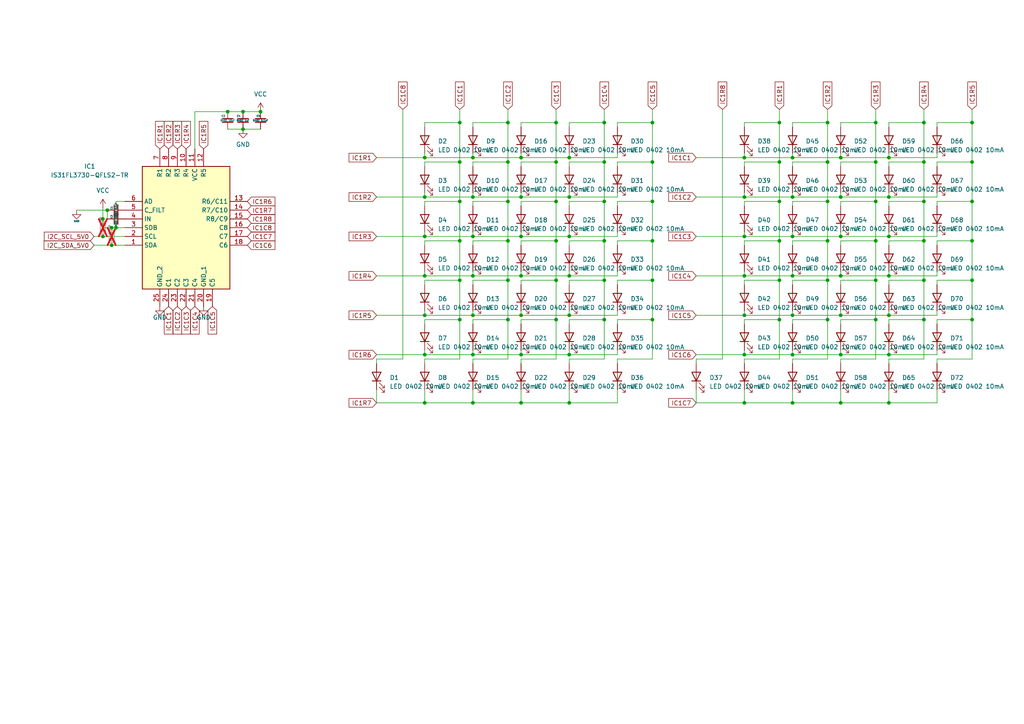
<source format=kicad_sch>
(kicad_sch (version 20231120) (generator "eeschema") (generator_version "8.0")
  (paper "A4")
  (junction (at 254 81.28))
  (junction (at 137.16 102.87))
  (junction (at 133.35 81.28))
  (junction (at 137.16 80.01))
  (junction (at 137.16 57.15))
  (junction (at 257.81 68.58))
  (junction (at 243.84 102.87))
  (junction (at 254 69.85))
  (junction (at 29.845 63.5))
  (junction (at 240.03 92.71))
  (junction (at 229.87 57.15))
  (junction (at 267.97 81.28))
  (junction (at 229.87 102.87))
  (junction (at 161.29 81.28))
  (junction (at 189.23 46.99))
  (junction (at 243.84 45.72))
  (junction (at 175.26 69.85))
  (junction (at 66.04 32.385))
  (junction (at 215.9 91.44))
  (junction (at 243.84 116.84))
  (junction (at 137.16 68.58))
  (junction (at 281.94 69.85))
  (junction (at 243.84 80.01))
  (junction (at 267.97 69.85))
  (junction (at 215.9 68.58))
  (junction (at 240.03 81.28))
  (junction (at 147.32 81.28))
  (junction (at 229.87 80.01))
  (junction (at 165.1 68.58))
  (junction (at 226.06 81.28))
  (junction (at 257.81 116.84))
  (junction (at 29.845 68.58))
  (junction (at 165.1 116.84))
  (junction (at 254 58.42))
  (junction (at 215.9 57.15))
  (junction (at 161.29 69.85))
  (junction (at 267.97 58.42))
  (junction (at 229.87 116.84))
  (junction (at 165.1 80.01))
  (junction (at 281.94 35.56))
  (junction (at 151.13 91.44))
  (junction (at 123.19 80.01))
  (junction (at 175.26 81.28))
  (junction (at 123.19 45.72))
  (junction (at 147.32 58.42))
  (junction (at 70.485 37.465))
  (junction (at 226.06 92.71))
  (junction (at 281.94 58.42))
  (junction (at 123.19 91.44))
  (junction (at 161.29 46.99))
  (junction (at 165.1 102.87))
  (junction (at 257.81 80.01))
  (junction (at 175.26 92.71))
  (junction (at 123.19 116.84))
  (junction (at 267.97 35.56))
  (junction (at 123.19 102.87))
  (junction (at 151.13 57.15))
  (junction (at 254 92.71))
  (junction (at 240.03 46.99))
  (junction (at 189.23 58.42))
  (junction (at 147.32 35.56))
  (junction (at 189.23 92.71))
  (junction (at 189.23 35.56))
  (junction (at 229.87 91.44))
  (junction (at 137.16 45.72))
  (junction (at 151.13 102.87))
  (junction (at 226.06 58.42))
  (junction (at 161.29 58.42))
  (junction (at 151.13 80.01))
  (junction (at 165.1 57.15))
  (junction (at 175.26 58.42))
  (junction (at 267.97 46.99))
  (junction (at 147.32 46.99))
  (junction (at 137.16 116.84))
  (junction (at 254 46.99))
  (junction (at 151.13 116.84))
  (junction (at 133.35 69.85))
  (junction (at 240.03 58.42))
  (junction (at 281.94 81.28))
  (junction (at 189.23 69.85))
  (junction (at 33.655 66.04))
  (junction (at 215.9 102.87))
  (junction (at 75.565 32.385))
  (junction (at 215.9 80.01))
  (junction (at 151.13 68.58))
  (junction (at 267.97 92.71))
  (junction (at 281.94 46.99))
  (junction (at 175.26 46.99))
  (junction (at 243.84 57.15))
  (junction (at 240.03 69.85))
  (junction (at 229.87 45.72))
  (junction (at 147.32 92.71))
  (junction (at 226.06 46.99))
  (junction (at 243.84 91.44))
  (junction (at 123.19 68.58))
  (junction (at 165.1 91.44))
  (junction (at 151.13 45.72))
  (junction (at 70.485 32.385))
  (junction (at 161.29 35.56))
  (junction (at 215.9 45.72))
  (junction (at 31.115 60.96))
  (junction (at 189.23 81.28))
  (junction (at 175.26 35.56))
  (junction (at 133.35 46.99))
  (junction (at 215.9 116.84))
  (junction (at 161.29 92.71))
  (junction (at 123.19 57.15))
  (junction (at 257.81 45.72))
  (junction (at 257.81 102.87))
  (junction (at 133.35 35.56))
  (junction (at 257.81 91.44))
  (junction (at 240.03 35.56))
  (junction (at 229.87 68.58))
  (junction (at 254 35.56))
  (junction (at 137.16 91.44))
  (junction (at 281.94 92.71))
  (junction (at 133.35 58.42))
  (junction (at 226.06 35.56))
  (junction (at 165.1 45.72))
  (junction (at 32.385 71.12))
  (junction (at 32.385 66.04))
  (junction (at 243.84 68.58))
  (junction (at 226.06 69.85))
  (junction (at 257.81 57.15))
  (junction (at 147.32 69.85))
  (junction (at 133.35 92.71))
  (wire (pts (xy 257.81 93.98) (xy 257.81 92.71)))
  (wire (pts (xy 215.9 35.56) (xy 226.06 35.56)))
  (wire (pts (xy 151.13 36.83) (xy 151.13 35.56)))
  (wire (pts (xy 123.19 55.88) (xy 123.19 57.15)))
  (wire (pts (xy 151.13 102.87) (xy 165.1 102.87)))
  (wire (pts (xy 215.9 68.58) (xy 229.87 68.58)))
  (wire (pts (xy 165.1 46.99) (xy 175.26 46.99)))
  (wire (pts (xy 271.78 58.42) (xy 281.94 58.42)))
  (wire (pts (xy 32.385 71.12) (xy 36.195 71.12)))
  (wire (pts (xy 123.19 46.99) (xy 133.35 46.99)))
  (wire (pts (xy 229.87 67.31) (xy 229.87 68.58)))
  (wire (pts (xy 151.13 101.6) (xy 151.13 102.87)))
  (wire (pts (xy 175.26 104.14) (xy 165.1 104.14)))
  (wire (pts (xy 123.19 82.55) (xy 123.19 81.28)))
  (wire (pts (xy 116.84 104.14) (xy 109.22 104.14)))
  (wire (pts (xy 229.87 69.85) (xy 240.03 69.85)))
  (wire (pts (xy 271.78 35.56) (xy 281.94 35.56)))
  (wire (pts (xy 229.87 101.6) (xy 229.87 102.87)))
  (wire (pts (xy 281.94 46.99) (xy 281.94 35.56)))
  (wire (pts (xy 271.78 91.44) (xy 271.78 90.17)))
  (wire (pts (xy 147.32 35.56) (xy 147.32 46.99)))
  (wire (pts (xy 240.03 58.42) (xy 240.03 69.85)))
  (wire (pts (xy 151.13 113.03) (xy 151.13 116.84)))
  (wire (pts (xy 175.26 31.75) (xy 175.26 35.56)))
  (wire (pts (xy 147.32 58.42) (xy 147.32 69.85)))
  (wire (pts (xy 271.78 104.14) (xy 271.78 105.41)))
  (wire (pts (xy 151.13 57.15) (xy 165.1 57.15)))
  (wire (pts (xy 240.03 35.56) (xy 240.03 46.99)))
  (wire (pts (xy 257.81 68.58) (xy 271.78 68.58)))
  (wire (pts (xy 267.97 35.56) (xy 267.97 46.99)))
  (wire (pts (xy 209.55 104.14) (xy 201.93 104.14)))
  (wire (pts (xy 165.1 104.14) (xy 165.1 105.41)))
  (wire (pts (xy 229.87 71.12) (xy 229.87 69.85)))
  (wire (pts (xy 201.93 102.87) (xy 215.9 102.87)))
  (wire (pts (xy 147.32 92.71) (xy 147.32 104.14)))
  (wire (pts (xy 161.29 81.28) (xy 161.29 92.71)))
  (wire (pts (xy 151.13 71.12) (xy 151.13 69.85)))
  (wire (pts (xy 165.1 90.17) (xy 165.1 91.44)))
  (wire (pts (xy 165.1 78.74) (xy 165.1 80.01)))
  (wire (pts (xy 215.9 82.55) (xy 215.9 81.28)))
  (wire (pts (xy 151.13 92.71) (xy 161.29 92.71)))
  (wire (pts (xy 109.22 68.58) (xy 123.19 68.58)))
  (wire (pts (xy 243.84 58.42) (xy 254 58.42)))
  (wire (pts (xy 137.16 58.42) (xy 147.32 58.42)))
  (wire (pts (xy 215.9 69.85) (xy 226.06 69.85)))
  (wire (pts (xy 257.81 57.15) (xy 271.78 57.15)))
  (wire (pts (xy 123.19 81.28) (xy 133.35 81.28)))
  (wire (pts (xy 271.78 48.26) (xy 271.78 46.99)))
  (wire (pts (xy 133.35 46.99) (xy 133.35 58.42)))
  (wire (pts (xy 123.19 57.15) (xy 137.16 57.15)))
  (wire (pts (xy 137.16 80.01) (xy 151.13 80.01)))
  (wire (pts (xy 271.78 102.87) (xy 271.78 101.6)))
  (wire (pts (xy 240.03 92.71) (xy 240.03 104.14)))
  (wire (pts (xy 56.515 43.18) (xy 56.515 32.385)))
  (wire (pts (xy 123.19 48.26) (xy 123.19 46.99)))
  (wire (pts (xy 257.81 36.83) (xy 257.81 35.56)))
  (wire (pts (xy 109.22 116.84) (xy 109.22 113.03)))
  (wire (pts (xy 161.29 31.75) (xy 161.29 35.56)))
  (wire (pts (xy 147.32 81.28) (xy 147.32 92.71)))
  (wire (pts (xy 109.22 80.01) (xy 123.19 80.01)))
  (wire (pts (xy 151.13 55.88) (xy 151.13 57.15)))
  (wire (pts (xy 32.385 66.04) (xy 33.655 66.04)))
  (wire (pts (xy 147.32 31.75) (xy 147.32 35.56)))
  (wire (pts (xy 165.1 57.15) (xy 179.07 57.15)))
  (wire (pts (xy 109.22 57.15) (xy 123.19 57.15)))
  (wire (pts (xy 179.07 71.12) (xy 179.07 69.85)))
  (wire (pts (xy 243.84 82.55) (xy 243.84 81.28)))
  (wire (pts (xy 123.19 104.14) (xy 123.19 105.41)))
  (wire (pts (xy 151.13 104.14) (xy 151.13 105.41)))
  (wire (pts (xy 267.97 104.14) (xy 257.81 104.14)))
  (wire (pts (xy 215.9 104.14) (xy 215.9 105.41)))
  (wire (pts (xy 179.07 69.85) (xy 189.23 69.85)))
  (wire (pts (xy 254 104.14) (xy 243.84 104.14)))
  (wire (pts (xy 175.26 35.56) (xy 175.26 46.99)))
  (wire (pts (xy 240.03 46.99) (xy 240.03 58.42)))
  (wire (pts (xy 123.19 44.45) (xy 123.19 45.72)))
  (wire (pts (xy 137.16 68.58) (xy 151.13 68.58)))
  (wire (pts (xy 175.26 81.28) (xy 175.26 92.71)))
  (wire (pts (xy 271.78 69.85) (xy 281.94 69.85)))
  (wire (pts (xy 29.845 63.5) (xy 29.845 66.04)))
  (wire (pts (xy 281.94 58.42) (xy 281.94 46.99)))
  (wire (pts (xy 137.16 91.44) (xy 151.13 91.44)))
  (wire (pts (xy 281.94 104.14) (xy 281.94 92.71)))
  (wire (pts (xy 165.1 81.28) (xy 175.26 81.28)))
  (wire (pts (xy 229.87 48.26) (xy 229.87 46.99)))
  (wire (pts (xy 215.9 44.45) (xy 215.9 45.72)))
  (wire (pts (xy 133.35 69.85) (xy 133.35 81.28)))
  (wire (pts (xy 123.19 36.83) (xy 123.19 35.56)))
  (wire (pts (xy 257.81 48.26) (xy 257.81 46.99)))
  (wire (pts (xy 165.1 82.55) (xy 165.1 81.28)))
  (wire (pts (xy 189.23 46.99) (xy 189.23 35.56)))
  (wire (pts (xy 243.84 92.71) (xy 254 92.71)))
  (wire (pts (xy 257.81 44.45) (xy 257.81 45.72)))
  (wire (pts (xy 116.84 31.75) (xy 116.84 104.14)))
  (wire (pts (xy 179.07 80.01) (xy 179.07 78.74)))
  (wire (pts (xy 201.93 45.72) (xy 215.9 45.72)))
  (wire (pts (xy 281.94 92.71) (xy 281.94 81.28)))
  (wire (pts (xy 123.19 45.72) (xy 137.16 45.72)))
  (wire (pts (xy 243.84 113.03) (xy 243.84 116.84)))
  (wire (pts (xy 175.26 69.85) (xy 175.26 81.28)))
  (wire (pts (xy 281.94 35.56) (xy 281.94 31.75)))
  (wire (pts (xy 271.78 104.14) (xy 281.94 104.14)))
  (wire (pts (xy 243.84 57.15) (xy 257.81 57.15)))
  (wire (pts (xy 179.07 102.87) (xy 179.07 101.6)))
  (wire (pts (xy 215.9 67.31) (xy 215.9 68.58)))
  (wire (pts (xy 229.87 93.98) (xy 229.87 92.71)))
  (wire (pts (xy 123.19 92.71) (xy 133.35 92.71)))
  (wire (pts (xy 137.16 78.74) (xy 137.16 80.01)))
  (wire (pts (xy 137.16 44.45) (xy 137.16 45.72)))
  (wire (pts (xy 243.84 80.01) (xy 257.81 80.01)))
  (wire (pts (xy 257.81 116.84) (xy 271.78 116.84)))
  (wire (pts (xy 179.07 35.56) (xy 189.23 35.56)))
  (wire (pts (xy 257.81 46.99) (xy 267.97 46.99)))
  (wire (pts (xy 151.13 91.44) (xy 165.1 91.44)))
  (wire (pts (xy 179.07 48.26) (xy 179.07 46.99)))
  (wire (pts (xy 215.9 57.15) (xy 229.87 57.15)))
  (wire (pts (xy 109.22 91.44) (xy 123.19 91.44)))
  (wire (pts (xy 254 81.28) (xy 254 92.71)))
  (wire (pts (xy 123.19 116.84) (xy 137.16 116.84)))
  (wire (pts (xy 165.1 48.26) (xy 165.1 46.99)))
  (wire (pts (xy 229.87 78.74) (xy 229.87 80.01)))
  (wire (pts (xy 243.84 68.58) (xy 257.81 68.58)))
  (wire (pts (xy 257.81 90.17) (xy 257.81 91.44)))
  (wire (pts (xy 215.9 59.69) (xy 215.9 58.42)))
  (wire (pts (xy 201.93 80.01) (xy 215.9 80.01)))
  (wire (pts (xy 243.84 45.72) (xy 257.81 45.72)))
  (wire (pts (xy 137.16 45.72) (xy 151.13 45.72)))
  (wire (pts (xy 179.07 45.72) (xy 179.07 44.45)))
  (wire (pts (xy 137.16 46.99) (xy 147.32 46.99)))
  (wire (pts (xy 179.07 57.15) (xy 179.07 55.88)))
  (wire (pts (xy 243.84 81.28) (xy 254 81.28)))
  (wire (pts (xy 226.06 104.14) (xy 215.9 104.14)))
  (wire (pts (xy 226.06 46.99) (xy 226.06 58.42)))
  (wire (pts (xy 31.115 60.96) (xy 22.225 60.96)))
  (wire (pts (xy 229.87 90.17) (xy 229.87 91.44)))
  (wire (pts (xy 27.305 71.12) (xy 32.385 71.12)))
  (wire (pts (xy 133.35 58.42) (xy 133.35 69.85)))
  (wire (pts (xy 271.78 80.01) (xy 271.78 78.74)))
  (wire (pts (xy 151.13 80.01) (xy 165.1 80.01)))
  (wire (pts (xy 151.13 48.26) (xy 151.13 46.99)))
  (wire (pts (xy 151.13 67.31) (xy 151.13 68.58)))
  (wire (pts (xy 215.9 91.44) (xy 229.87 91.44)))
  (wire (pts (xy 201.93 68.58) (xy 215.9 68.58)))
  (wire (pts (xy 175.26 46.99) (xy 175.26 58.42)))
  (wire (pts (xy 257.81 58.42) (xy 267.97 58.42)))
  (wire (pts (xy 257.81 69.85) (xy 267.97 69.85)))
  (wire (pts (xy 281.94 81.28) (xy 281.94 69.85)))
  (wire (pts (xy 109.22 102.87) (xy 123.19 102.87)))
  (wire (pts (xy 267.97 58.42) (xy 267.97 69.85)))
  (wire (pts (xy 123.19 91.44) (xy 137.16 91.44)))
  (wire (pts (xy 165.1 67.31) (xy 165.1 68.58)))
  (wire (pts (xy 254 31.75) (xy 254 35.56)))
  (wire (pts (xy 66.04 37.465) (xy 70.485 37.465)))
  (wire (pts (xy 229.87 104.14) (xy 229.87 105.41)))
  (wire (pts (xy 165.1 116.84) (xy 179.07 116.84)))
  (wire (pts (xy 243.84 93.98) (xy 243.84 92.71)))
  (wire (pts (xy 137.16 81.28) (xy 147.32 81.28)))
  (wire (pts (xy 226.06 81.28) (xy 226.06 92.71)))
  (wire (pts (xy 243.84 101.6) (xy 243.84 102.87)))
  (wire (pts (xy 179.07 46.99) (xy 189.23 46.99)))
  (wire (pts (xy 165.1 101.6) (xy 165.1 102.87)))
  (wire (pts (xy 267.97 69.85) (xy 267.97 81.28)))
  (wire (pts (xy 243.84 36.83) (xy 243.84 35.56)))
  (wire (pts (xy 165.1 36.83) (xy 165.1 35.56)))
  (wire (pts (xy 257.81 78.74) (xy 257.81 80.01)))
  (wire (pts (xy 201.93 116.84) (xy 201.93 113.03)))
  (wire (pts (xy 229.87 36.83) (xy 229.87 35.56)))
  (wire (pts (xy 123.19 67.31) (xy 123.19 68.58)))
  (wire (pts (xy 161.29 92.71) (xy 161.29 104.14)))
  (wire (pts (xy 267.97 46.99) (xy 267.97 58.42)))
  (wire (pts (xy 165.1 92.71) (xy 175.26 92.71)))
  (wire (pts (xy 267.97 31.75) (xy 267.97 35.56)))
  (wire (pts (xy 123.19 78.74) (xy 123.19 80.01)))
  (wire (pts (xy 209.55 31.75) (xy 209.55 104.14)))
  (wire (pts (xy 123.19 58.42) (xy 133.35 58.42)))
  (wire (pts (xy 151.13 81.28) (xy 161.29 81.28)))
  (wire (pts (xy 165.1 93.98) (xy 165.1 92.71)))
  (wire (pts (xy 161.29 104.14) (xy 151.13 104.14)))
  (wire (pts (xy 257.81 82.55) (xy 257.81 81.28)))
  (wire (pts (xy 267.97 81.28) (xy 267.97 92.71)))
  (wire (pts (xy 151.13 82.55) (xy 151.13 81.28)))
  (wire (pts (xy 257.81 80.01) (xy 271.78 80.01)))
  (wire (pts (xy 109.22 104.14) (xy 109.22 105.41)))
  (wire (pts (xy 271.78 71.12) (xy 271.78 69.85)))
  (wire (pts (xy 123.19 59.69) (xy 123.19 58.42)))
  (wire (pts (xy 161.29 69.85) (xy 161.29 81.28)))
  (wire (pts (xy 137.16 116.84) (xy 151.13 116.84)))
  (wire (pts (xy 123.19 69.85) (xy 133.35 69.85)))
  (wire (pts (xy 137.16 36.83) (xy 137.16 35.56)))
  (wire (pts (xy 165.1 91.44) (xy 179.07 91.44)))
  (wire (pts (xy 243.84 91.44) (xy 257.81 91.44)))
  (wire (pts (xy 243.84 90.17) (xy 243.84 91.44)))
  (wire (pts (xy 123.19 90.17) (xy 123.19 91.44)))
  (wire (pts (xy 123.19 93.98) (xy 123.19 92.71)))
  (wire (pts (xy 27.305 68.58) (xy 29.845 68.58)))
  (wire (pts (xy 165.1 45.72) (xy 179.07 45.72)))
  (wire (pts (xy 240.03 69.85) (xy 240.03 81.28)))
  (wire (pts (xy 271.78 113.03) (xy 271.78 116.84)))
  (wire (pts (xy 137.16 55.88) (xy 137.16 57.15)))
  (wire (pts (xy 31.115 60.96) (xy 31.115 63.5)))
  (wire (pts (xy 254 35.56) (xy 254 46.99)))
  (wire (pts (xy 215.9 101.6) (xy 215.9 102.87)))
  (wire (pts (xy 240.03 81.28) (xy 240.03 92.71)))
  (wire (pts (xy 165.1 102.87) (xy 179.07 102.87)))
  (wire (pts (xy 271.78 46.99) (xy 281.94 46.99)))
  (wire (pts (xy 243.84 102.87) (xy 257.81 102.87)))
  (wire (pts (xy 243.84 35.56) (xy 254 35.56)))
  (wire (pts (xy 229.87 81.28) (xy 240.03 81.28)))
  (wire (pts (xy 229.87 91.44) (xy 243.84 91.44)))
  (wire (pts (xy 165.1 113.03) (xy 165.1 116.84)))
  (wire (pts (xy 243.84 59.69) (xy 243.84 58.42)))
  (wire (pts (xy 215.9 80.01) (xy 229.87 80.01)))
  (wire (pts (xy 243.84 55.88) (xy 243.84 57.15)))
  (wire (pts (xy 267.97 92.71) (xy 267.97 104.14)))
  (wire (pts (xy 240.03 104.14) (xy 229.87 104.14)))
  (wire (pts (xy 29.845 68.58) (xy 36.195 68.58)))
  (wire (pts (xy 179.07 92.71) (xy 189.23 92.71)))
  (wire (pts (xy 75.565 32.385) (xy 70.485 32.385)))
  (wire (pts (xy 243.84 69.85) (xy 254 69.85)))
  (wire (pts (xy 215.9 92.71) (xy 226.06 92.71)))
  (wire (pts (xy 243.84 78.74) (xy 243.84 80.01)))
  (wire (pts (xy 133.35 104.14) (xy 123.19 104.14)))
  (wire (pts (xy 179.07 93.98) (xy 179.07 92.71)))
  (wire (pts (xy 243.84 46.99) (xy 254 46.99)))
  (wire (pts (xy 271.78 82.55) (xy 271.78 81.28)))
  (wire (pts (xy 271.78 45.72) (xy 271.78 44.45)))
  (wire (pts (xy 257.81 67.31) (xy 257.81 68.58)))
  (wire (pts (xy 271.78 92.71) (xy 281.94 92.71)))
  (wire (pts (xy 175.26 92.71) (xy 175.26 104.14)))
  (wire (pts (xy 29.845 60.325) (xy 29.845 63.5)))
  (wire (pts (xy 151.13 44.45) (xy 151.13 45.72)))
  (wire (pts (xy 281.94 69.85) (xy 281.94 58.42)))
  (wire (pts (xy 151.13 46.99) (xy 161.29 46.99)))
  (wire (pts (xy 257.81 113.03) (xy 257.81 116.84)))
  (wire (pts (xy 109.22 116.84) (xy 123.19 116.84)))
  (wire (pts (xy 137.16 69.85) (xy 147.32 69.85)))
  (wire (pts (xy 243.84 104.14) (xy 243.84 105.41)))
  (wire (pts (xy 165.1 58.42) (xy 175.26 58.42)))
  (wire (pts (xy 137.16 90.17) (xy 137.16 91.44)))
  (wire (pts (xy 189.23 69.85) (xy 189.23 58.42)))
  (wire (pts (xy 229.87 113.03) (xy 229.87 116.84)))
  (wire (pts (xy 189.23 81.28) (xy 189.23 69.85)))
  (wire (pts (xy 215.9 45.72) (xy 229.87 45.72)))
  (wire (pts (xy 229.87 116.84) (xy 243.84 116.84)))
  (wire (pts (xy 201.93 91.44) (xy 215.9 91.44)))
  (wire (pts (xy 254 69.85) (xy 254 81.28)))
  (wire (pts (xy 165.1 44.45) (xy 165.1 45.72)))
  (wire (pts (xy 161.29 35.56) (xy 161.29 46.99)))
  (wire (pts (xy 137.16 57.15) (xy 151.13 57.15)))
  (wire (pts (xy 189.23 92.71) (xy 189.23 81.28)))
  (wire (pts (xy 229.87 92.71) (xy 240.03 92.71)))
  (wire (pts (xy 179.07 36.83) (xy 179.07 35.56)))
  (wire (pts (xy 147.32 69.85) (xy 147.32 81.28)))
  (wire (pts (xy 151.13 93.98) (xy 151.13 92.71)))
  (wire (pts (xy 215.9 46.99) (xy 226.06 46.99)))
  (wire (pts (xy 151.13 68.58) (xy 165.1 68.58)))
  (wire (pts (xy 215.9 116.84) (xy 229.87 116.84)))
  (wire (pts (xy 70.485 37.465) (xy 75.565 37.465)))
  (wire (pts (xy 257.81 59.69) (xy 257.81 58.42)))
  (wire (pts (xy 243.84 116.84) (xy 257.81 116.84)))
  (wire (pts (xy 189.23 35.56) (xy 189.23 31.75)))
  (wire (pts (xy 226.06 92.71) (xy 226.06 104.14)))
  (wire (pts (xy 33.655 66.04) (xy 36.195 66.04)))
  (wire (pts (xy 201.93 116.84) (xy 215.9 116.84)))
  (wire (pts (xy 257.81 102.87) (xy 271.78 102.87)))
  (wire (pts (xy 151.13 69.85) (xy 161.29 69.85)))
  (wire (pts (xy 165.1 69.85) (xy 175.26 69.85)))
  (wire (pts (xy 137.16 71.12) (xy 137.16 69.85)))
  (wire (pts (xy 137.16 48.26) (xy 137.16 46.99)))
  (wire (pts (xy 123.19 71.12) (xy 123.19 69.85)))
  (wire (pts (xy 271.78 59.69) (xy 271.78 58.42)))
  (wire (pts (xy 133.35 81.28) (xy 133.35 92.71)))
  (wire (pts (xy 133.35 31.75) (xy 133.35 35.56)))
  (wire (pts (xy 137.16 35.56) (xy 147.32 35.56)))
  (wire (pts (xy 215.9 58.42) (xy 226.06 58.42)))
  (wire (pts (xy 243.84 48.26) (xy 243.84 46.99)))
  (wire (pts (xy 243.84 44.45) (xy 243.84 45.72)))
  (wire (pts (xy 215.9 113.03) (xy 215.9 116.84)))
  (wire (pts (xy 257.81 101.6) (xy 257.81 102.87)))
  (wire (pts (xy 179.07 113.03) (xy 179.07 116.84)))
  (wire (pts (xy 151.13 35.56) (xy 161.29 35.56)))
  (wire (pts (xy 151.13 59.69) (xy 151.13 58.42)))
  (wire (pts (xy 257.81 35.56) (xy 267.97 35.56)))
  (wire (pts (xy 229.87 102.87) (xy 243.84 102.87)))
  (wire (pts (xy 215.9 93.98) (xy 215.9 92.71)))
  (wire (pts (xy 151.13 116.84) (xy 165.1 116.84)))
  (wire (pts (xy 257.81 55.88) (xy 257.81 57.15)))
  (wire (pts (xy 137.16 113.03) (xy 137.16 116.84)))
  (wire (pts (xy 215.9 78.74) (xy 215.9 80.01)))
  (wire (pts (xy 229.87 80.01) (xy 243.84 80.01)))
  (wire (pts (xy 151.13 45.72) (xy 165.1 45.72)))
  (wire (pts (xy 161.29 58.42) (xy 161.29 69.85)))
  (wire (pts (xy 226.06 69.85) (xy 226.06 81.28)))
  (wire (pts (xy 179.07 68.58) (xy 179.07 67.31)))
  (wire (pts (xy 123.19 68.58) (xy 137.16 68.58)))
  (wire (pts (xy 226.06 35.56) (xy 226.06 46.99)))
  (wire (pts (xy 271.78 93.98) (xy 271.78 92.71)))
  (wire (pts (xy 147.32 46.99) (xy 147.32 58.42)))
  (wire (pts (xy 189.23 58.42) (xy 189.23 46.99)))
  (wire (pts (xy 137.16 102.87) (xy 151.13 102.87)))
  (wire (pts (xy 229.87 46.99) (xy 240.03 46.99)))
  (wire (pts (xy 240.03 31.75) (xy 240.03 35.56)))
  (wire (pts (xy 257.81 104.14) (xy 257.81 105.41)))
  (wire (pts (xy 109.22 45.72) (xy 123.19 45.72)))
  (wire (pts (xy 123.19 101.6) (xy 123.19 102.87)))
  (wire (pts (xy 179.07 58.42) (xy 189.23 58.42)))
  (wire (pts (xy 215.9 36.83) (xy 215.9 35.56)))
  (wire (pts (xy 175.26 58.42) (xy 175.26 69.85)))
  (wire (pts (xy 151.13 58.42) (xy 161.29 58.42)))
  (wire (pts (xy 133.35 35.56) (xy 133.35 46.99)))
  (wire (pts (xy 151.13 78.74) (xy 151.13 80.01)))
  (wire (pts (xy 179.07 59.69) (xy 179.07 58.42)))
  (wire (pts (xy 229.87 58.42) (xy 240.03 58.42)))
  (wire (pts (xy 257.81 92.71) (xy 267.97 92.71)))
  (wire (pts (xy 179.07 82.55) (xy 179.07 81.28)))
  (wire (pts (xy 123.19 35.56) (xy 133.35 35.56)))
  (wire (pts (xy 123.19 113.03) (xy 123.19 116.84)))
  (wire (pts (xy 215.9 48.26) (xy 215.9 46.99)))
  (wire (pts (xy 201.93 57.15) (xy 215.9 57.15)))
  (wire (pts (xy 257.81 45.72) (xy 271.78 45.72)))
  (wire (pts (xy 229.87 57.15) (xy 243.84 57.15)))
  (wire (pts (xy 179.07 81.28) (xy 189.23 81.28)))
  (wire (pts (xy 165.1 55.88) (xy 165.1 57.15)))
  (wire (pts (xy 29.845 66.04) (xy 32.385 66.04)))
  (wire (pts (xy 229.87 55.88) (xy 229.87 57.15)))
  (wire (pts (xy 229.87 59.69) (xy 229.87 58.42)))
  (wire (pts (xy 257.81 81.28) (xy 267.97 81.28)))
  (wire (pts (xy 243.84 71.12) (xy 243.84 69.85)))
  (wire (pts (xy 215.9 71.12) (xy 215.9 69.85)))
  (wire (pts (xy 179.07 91.44) (xy 179.07 90.17)))
  (wire (pts (xy 271.78 68.58) (xy 271.78 67.31)))
  (wire (pts (xy 165.1 71.12) (xy 165.1 69.85)))
  (wire (pts (xy 189.23 104.14) (xy 189.23 92.71)))
  (wire (pts (xy 123.19 80.01) (xy 137.16 80.01)))
  (wire (pts (xy 226.06 31.75) (xy 226.06 35.56)))
  (wire (pts (xy 229.87 45.72) (xy 243.84 45.72)))
  (wire (pts (xy 215.9 90.17) (xy 215.9 91.44)))
  (wire (pts (xy 215.9 55.88) (xy 215.9 57.15)))
  (wire (pts (xy 271.78 81.28) (xy 281.94 81.28)))
  (wire (pts (xy 243.84 67.31) (xy 243.84 68.58)))
  (wire (pts (xy 137.16 92.71) (xy 147.32 92.71)))
  (wire (pts (xy 215.9 102.87) (xy 229.87 102.87)))
  (wire (pts (xy 36.195 58.42) (xy 33.655 58.42)))
  (wire (pts (xy 271.78 57.15) (xy 271.78 55.88)))
  (wire (pts (xy 33.655 58.42) (xy 33.655 66.04)))
  (wire (pts (xy 66.04 32.385) (xy 70.485 32.385)))
  (wire (pts (xy 226.06 58.42) (xy 226.06 69.85)))
  (wire (pts (xy 254 92.71) (xy 254 104.14)))
  (wire (pts (xy 179.07 104.14) (xy 189.23 104.14)))
  (wire (pts (xy 229.87 68.58) (xy 243.84 68.58)))
  (wire (pts (xy 151.13 90.17) (xy 151.13 91.44)))
  (wire (pts (xy 137.16 67.31) (xy 137.16 68.58)))
  (wire (pts (xy 257.81 91.44) (xy 271.78 91.44)))
  (wire (pts (xy 254 58.42) (xy 254 69.85)))
  (wire (pts (xy 137.16 104.14) (xy 137.16 105.41)))
  (wire (pts (xy 271.78 36.83) (xy 271.78 35.56)))
  (wire (pts (xy 229.87 44.45) (xy 229.87 45.72)))
  (wire (pts (xy 215.9 81.28) (xy 226.06 81.28)))
  (wire (pts (xy 229.87 35.56) (xy 240.03 35.56)))
  (wire (pts (xy 147.32 104.14) (xy 137.16 104.14)))
  (wire (pts (xy 66.04 32.385) (xy 56.515 32.385)))
  (wire (pts (xy 137.16 101.6) (xy 137.16 102.87)))
  (wire (pts (xy 165.1 80.01) (xy 179.07 80.01)))
  (wire (pts (xy 229.87 82.55) (xy 229.87 81.28)))
  (wire (pts (xy 137.16 59.69) (xy 137.16 58.42)))
  (wire (pts (xy 165.1 68.58) (xy 179.07 68.58)))
  (wire (pts (xy 137.16 93.98) (xy 137.16 92.71)))
  (wire (pts (xy 254 46.99) (xy 254 58.42)))
  (wire (pts (xy 161.29 46.99) (xy 161.29 58.42)))
  (wire (pts (xy 165.1 35.56) (xy 175.26 35.56)))
  (wire (pts (xy 137.16 82.55) (xy 137.16 81.28)))
  (wire (pts (xy 257.81 71.12) (xy 257.81 69.85)))
  (wire (pts (xy 165.1 59.69) (xy 165.1 58.42)))
  (wire (pts (xy 123.19 102.87) (xy 137.16 102.87)))
  (wire (pts (xy 201.93 104.14) (xy 201.93 105.41)))
  (wire (pts (xy 133.35 92.71) (xy 133.35 104.14)))
  (wire (pts (xy 179.07 104.14) (xy 179.07 105.41)))
  (global_label "IC1R6" (shape input) (at 109.22 102.87 180) (property "Intersheetrefs" "${INTERSHEET_REFS}" (effects (hide yes))))
  (global_label "IC1C3" (shape input) (at 161.29 31.75 90) (property "Intersheetrefs" "${INTERSHEET_REFS}" (effects (hide yes))))
  (global_label "IC1R3" (shape input) (at 254 31.75 90) (property "Intersheetrefs" "${INTERSHEET_REFS}" (effects (hide yes))))
  (global_label "IC1C8" (shape input) (at 116.84 31.75 90) (property "Intersheetrefs" "${INTERSHEET_REFS}" (effects (hide yes))))
  (global_label "IC1C6" (shape input) (at 71.755 71.12 0) (property "Intersheetrefs" "${INTERSHEET_REFS}" (effects (hide yes))))
  (global_label "IC1C4" (shape input) (at 175.26 31.75 90) (property "Intersheetrefs" "${INTERSHEET_REFS}" (effects (hide yes))))
  (global_label "IC1R3" (shape input) (at 109.22 68.58 180) (property "Intersheetrefs" "${INTERSHEET_REFS}" (effects (hide yes))))
  (global_label "IC1C7" (shape input) (at 201.93 116.84 180) (property "Intersheetrefs" "${INTERSHEET_REFS}" (effects (hide yes))))
  (global_label "IC1C5" (shape input) (at 201.93 91.44 180) (property "Intersheetrefs" "${INTERSHEET_REFS}" (effects (hide yes))))
  (global_label "I2C_SDA_5V0" (shape input) (at 27.305 71.12 180) (property "Intersheetrefs" "${INTERSHEET_REFS}" (effects (hide yes))))
  (global_label "IC1C3" (shape input) (at 201.93 68.58 180) (property "Intersheetrefs" "${INTERSHEET_REFS}" (effects (hide yes))))
  (global_label "IC1R4" (shape input) (at 267.97 31.75 90) (property "Intersheetrefs" "${INTERSHEET_REFS}" (effects (hide yes))))
  (global_label "IC1R5" (shape input) (at 109.22 91.44 180) (property "Intersheetrefs" "${INTERSHEET_REFS}" (effects (hide yes))))
  (global_label "IC1R1" (shape input) (at 109.22 45.72 180) (property "Intersheetrefs" "${INTERSHEET_REFS}" (effects (hide yes))))
  (global_label "IC1C2" (shape input) (at 201.93 57.15 180) (property "Intersheetrefs" "${INTERSHEET_REFS}" (effects (hide yes))))
  (global_label "IC1R1" (shape input) (at 46.355 43.18 90) (property "Intersheetrefs" "${INTERSHEET_REFS}" (effects (hide yes))))
  (global_label "IC1C5" (shape input) (at 189.23 31.75 90) (property "Intersheetrefs" "${INTERSHEET_REFS}" (effects (hide yes))))
  (global_label "IC1C1" (shape input) (at 48.895 88.9 270) (property "Intersheetrefs" "${INTERSHEET_REFS}" (effects (hide yes))))
  (global_label "IC1C5" (shape input) (at 61.595 88.9 270) (property "Intersheetrefs" "${INTERSHEET_REFS}" (effects (hide yes))))
  (global_label "IC1R5" (shape input) (at 281.94 31.75 90) (property "Intersheetrefs" "${INTERSHEET_REFS}" (effects (hide yes))))
  (global_label "IC1R7" (shape input) (at 71.755 60.96 0) (property "Intersheetrefs" "${INTERSHEET_REFS}" (effects (hide yes))))
  (global_label "IC1R8" (shape input) (at 71.755 63.5 0) (property "Intersheetrefs" "${INTERSHEET_REFS}" (effects (hide yes))))
  (global_label "IC1R6" (shape input) (at 71.755 58.42 0) (property "Intersheetrefs" "${INTERSHEET_REFS}" (effects (hide yes))))
  (global_label "IC1R4" (shape input) (at 53.975 43.18 90) (property "Intersheetrefs" "${INTERSHEET_REFS}" (effects (hide yes))))
  (global_label "IC1R8" (shape input) (at 209.55 31.75 90) (property "Intersheetrefs" "${INTERSHEET_REFS}" (effects (hide yes))))
  (global_label "IC1C6" (shape input) (at 201.93 102.87 180) (property "Intersheetrefs" "${INTERSHEET_REFS}" (effects (hide yes))))
  (global_label "IC1C3" (shape input) (at 53.975 88.9 270) (property "Intersheetrefs" "${INTERSHEET_REFS}" (effects (hide yes))))
  (global_label "IC1C2" (shape input) (at 147.32 31.75 90) (property "Intersheetrefs" "${INTERSHEET_REFS}" (effects (hide yes))))
  (global_label "IC1R2" (shape input) (at 109.22 57.15 180) (property "Intersheetrefs" "${INTERSHEET_REFS}" (effects (hide yes))))
  (global_label "IC1C7" (shape input) (at 71.755 68.58 0) (property "Intersheetrefs" "${INTERSHEET_REFS}" (effects (hide yes))))
  (global_label "IC1C8" (shape input) (at 71.755 66.04 0) (property "Intersheetrefs" "${INTERSHEET_REFS}" (effects (hide yes))))
  (global_label "IC1C4" (shape input) (at 56.515 88.9 270) (property "Intersheetrefs" "${INTERSHEET_REFS}" (effects (hide yes))))
  (global_label "IC1C1" (shape input) (at 133.35 31.75 90) (property "Intersheetrefs" "${INTERSHEET_REFS}" (effects (hide yes))))
  (global_label "IC1R1" (shape input) (at 226.06 31.75 90) (property "Intersheetrefs" "${INTERSHEET_REFS}" (effects (hide yes))))
  (global_label "IC1R4" (shape input) (at 109.22 80.01 180) (property "Intersheetrefs" "${INTERSHEET_REFS}" (effects (hide yes))))
  (global_label "IC1R3" (shape input) (at 51.435 43.18 90) (property "Intersheetrefs" "${INTERSHEET_REFS}" (effects (hide yes))))
  (global_label "I2C_SCL_5V0" (shape input) (at 27.305 68.58 180) (property "Intersheetrefs" "${INTERSHEET_REFS}" (effects (hide yes))))
  (global_label "IC1C1" (shape input) (at 201.93 45.72 180) (property "Intersheetrefs" "${INTERSHEET_REFS}" (effects (hide yes))))
  (global_label "IC1R2" (shape input) (at 48.895 43.18 90) (property "Intersheetrefs" "${INTERSHEET_REFS}" (effects (hide yes))))
  (global_label "IC1R2" (shape input) (at 240.03 31.75 90) (property "Intersheetrefs" "${INTERSHEET_REFS}" (effects (hide yes))))
  (global_label "IC1C2" (shape input) (at 51.435 88.9 270) (property "Intersheetrefs" "${INTERSHEET_REFS}" (effects (hide yes))))
  (global_label "IC1R7" (shape input) (at 109.22 116.84 180) (property "Intersheetrefs" "${INTERSHEET_REFS}" (effects (hide yes))))
  (global_label "IC1R5" (shape input) (at 59.055 43.18 90) (property "Intersheetrefs" "${INTERSHEET_REFS}" (effects (hide yes))))
  (global_label "IC1C4" (shape input) (at 201.93 80.01 180) (property "Intersheetrefs" "${INTERSHEET_REFS}" (effects (hide yes))))
  (symbol (lib_id "Device:LED") (at 137.16 109.22 90) (unit 1)
    (property "Reference" "D15" (at 140.97 109.5375 90) (effects (justify right)))
    (property "Value" "LED 0402 10mA" (at 140.97 112.0775 90) (effects (justify right)))
    (property "Footprint" "LED_SMD:LED_0402_1005Metric" (effects (hide yes)))
  )
  (symbol (lib_id "Device:R_Small") (at 29.845 66.04 180) (unit 1) (on_board no) (dnp yes)
    (property "Reference" "R8" (at 29.21 63.5 90) (effects (font (size 0.5 0.5))))
    (property "Value" "10K 0402" (at 29.845 66.04 90) (effects (font (size 0.4 0.4))))
    (property "Footprint" "Resistor_SMD:R_0402_1005Metric" (effects (hide yes)))
  )
  (symbol (lib_id "Device:LED") (at 179.07 74.93 90) (unit 1)
    (property "Reference" "D33" (at 182.88 75.2475 90) (effects (justify right)))
    (property "Value" "LED 0402 10mA" (at 182.88 77.7875 90) (effects (justify right)))
    (property "Footprint" "LED_SMD:LED_0402_1005Metric" (effects (hide yes)))
  )
  (symbol (lib_id "Device:LED") (at 243.84 74.93 90) (unit 1)
    (property "Reference" "D55" (at 247.65 75.2475 90) (effects (justify right)))
    (property "Value" "LED 0402 10mA" (at 247.65 77.7875 90) (effects (justify right)))
    (property "Footprint" "LED_SMD:LED_0402_1005Metric" (effects (hide yes)))
  )
  (symbol (lib_id "power:GND") (at 59.055 88.9 0) (mirror y) (unit 1)
    (property "Reference" "#PWR05" (effects (hide yes)))
    (property "Value" "GND" (at 59.055 92.075 0))
  )
  (symbol (lib_id "Device:LED") (at 165.1 63.5 90) (unit 1)
    (property "Reference" "D25" (at 168.91 63.8175 90) (effects (justify right)))
    (property "Value" "LED 0402 10mA" (at 168.91 66.3575 90) (effects (justify right)))
    (property "Footprint" "LED_SMD:LED_0402_1005Metric" (effects (hide yes)))
  )
  (symbol (lib_id "Device:LED") (at 151.13 97.79 90) (unit 1)
    (property "Reference" "D21" (at 154.94 98.1075 90) (effects (justify right)))
    (property "Value" "LED 0402 10mA" (at 154.94 100.6475 90) (effects (justify right)))
    (property "Footprint" "LED_SMD:LED_0402_1005Metric" (effects (hide yes)))
  )
  (symbol (lib_id "Device:LED") (at 243.84 109.22 90) (unit 1)
    (property "Reference" "D58" (at 247.65 109.5375 90) (effects (justify right)))
    (property "Value" "LED 0402 10mA" (at 247.65 112.0775 90) (effects (justify right)))
    (property "Footprint" "LED_SMD:LED_0402_1005Metric" (effects (hide yes)))
  )
  (symbol (lib_id "Device:LED") (at 165.1 86.36 90) (unit 1)
    (property "Reference" "D27" (at 168.91 86.6775 90) (effects (justify right)))
    (property "Value" "LED 0402 10mA" (at 168.91 89.2175 90) (effects (justify right)))
    (property "Footprint" "LED_SMD:LED_0402_1005Metric" (effects (hide yes)))
  )
  (symbol (lib_id "Device:LED") (at 151.13 63.5 90) (unit 1)
    (property "Reference" "D18" (at 154.94 63.8175 90) (effects (justify right)))
    (property "Value" "LED 0402 10mA" (at 154.94 66.3575 90) (effects (justify right)))
    (property "Footprint" "LED_SMD:LED_0402_1005Metric" (effects (hide yes)))
  )
  (symbol (lib_id "Device:LED") (at 109.22 109.22 90) (unit 1)
    (property "Reference" "D1" (at 113.03 109.5375 90) (effects (justify right)))
    (property "Value" "LED 0402 10mA" (at 113.03 112.0775 90) (effects (justify right)))
    (property "Footprint" "LED_SMD:LED_0402_1005Metric" (effects (hide yes)))
  )
  (symbol (lib_id "Device:LED") (at 179.07 52.07 90) (unit 1)
    (property "Reference" "D31" (at 182.88 52.3875 90) (effects (justify right)))
    (property "Value" "LED 0402 10mA" (at 182.88 54.9275 90) (effects (justify right)))
    (property "Footprint" "LED_SMD:LED_0402_1005Metric" (effects (hide yes)))
  )
  (symbol (lib_id "power:GND") (at 22.225 60.96 0) (unit 1)
    (property "Reference" "#PWR02" (effects (hide yes)))
    (property "Value" "GND" (at 22.225 64.135 0) (effects (font (size 0.5 0.5))))
  )
  (symbol (lib_id "Device:LED") (at 151.13 40.64 90) (unit 1)
    (property "Reference" "D16" (at 154.94 40.9575 90) (effects (justify right)))
    (property "Value" "LED 0402 10mA" (at 154.94 43.4975 90) (effects (justify right)))
    (property "Footprint" "LED_SMD:LED_0402_1005Metric" (effects (hide yes)))
  )
  (symbol (lib_id "Device:LED") (at 137.16 52.07 90) (unit 1)
    (property "Reference" "D10" (at 140.97 52.3875 90) (effects (justify right)))
    (property "Value" "LED 0402 10mA" (at 140.97 54.9275 90) (effects (justify right)))
    (property "Footprint" "LED_SMD:LED_0402_1005Metric" (effects (hide yes)))
  )
  (symbol (lib_id "Device:LED") (at 179.07 97.79 90) (unit 1)
    (property "Reference" "D35" (at 182.88 98.1075 90) (effects (justify right)))
    (property "Value" "LED 0402 10mA" (at 182.88 100.6475 90) (effects (justify right)))
    (property "Footprint" "LED_SMD:LED_0402_1005Metric" (effects (hide yes)))
  )
  (symbol (lib_id "Device:LED") (at 179.07 86.36 90) (unit 1)
    (property "Reference" "D34" (at 182.88 86.6775 90) (effects (justify right)))
    (property "Value" "LED 0402 10mA" (at 182.88 89.2175 90) (effects (justify right)))
    (property "Footprint" "LED_SMD:LED_0402_1005Metric" (effects (hide yes)))
  )
  (symbol (lib_id "Device:LED") (at 229.87 74.93 90) (unit 1)
    (property "Reference" "D48" (at 233.68 75.2475 90) (effects (justify right)))
    (property "Value" "LED 0402 10mA" (at 233.68 77.7875 90) (effects (justify right)))
    (property "Footprint" "LED_SMD:LED_0402_1005Metric" (effects (hide yes)))
  )
  (symbol (lib_id "Device:R_Small") (at 32.385 68.58 180) (unit 1) (on_board no) (dnp yes)
    (property "Reference" "R10" (at 31.75 66.04 90) (effects (font (size 0.5 0.5))))
    (property "Value" "10K 0402" (at 32.385 68.58 90) (effects (font (size 0.4 0.4))))
    (property "Footprint" "Resistor_SMD:R_0402_1005Metric" (effects (hide yes)))
  )
  (symbol (lib_id "Device:LED") (at 215.9 86.36 90) (unit 1)
    (property "Reference" "D42" (at 219.71 86.6775 90) (effects (justify right)))
    (property "Value" "LED 0402 10mA" (at 219.71 89.2175 90) (effects (justify right)))
    (property "Footprint" "LED_SMD:LED_0402_1005Metric" (effects (hide yes)))
  )
  (symbol (lib_id "Device:LED") (at 151.13 74.93 90) (unit 1)
    (property "Reference" "D19" (at 154.94 75.2475 90) (effects (justify right)))
    (property "Value" "LED 0402 10mA" (at 154.94 77.7875 90) (effects (justify right)))
    (property "Footprint" "LED_SMD:LED_0402_1005Metric" (effects (hide yes)))
  )
  (symbol (lib_id "Device:LED") (at 123.19 52.07 90) (unit 1)
    (property "Reference" "D3" (at 127 52.3875 90) (effects (justify right)))
    (property "Value" "LED 0402 10mA" (at 127 54.9275 90) (effects (justify right)))
    (property "Footprint" "LED_SMD:LED_0402_1005Metric" (effects (hide yes)))
  )
  (symbol (lib_id "Device:LED") (at 271.78 109.22 90) (unit 1)
    (property "Reference" "D72" (at 275.59 109.5375 90) (effects (justify right)))
    (property "Value" "LED 0402 10mA" (at 275.59 112.0775 90) (effects (justify right)))
    (property "Footprint" "LED_SMD:LED_0402_1005Metric" (effects (hide yes)))
  )
  (symbol (lib_id "Device:LED") (at 257.81 109.22 90) (unit 1)
    (property "Reference" "D65" (at 261.62 109.5375 90) (effects (justify right)))
    (property "Value" "LED 0402 10mA" (at 261.62 112.0775 90) (effects (justify right)))
    (property "Footprint" "LED_SMD:LED_0402_1005Metric" (effects (hide yes)))
  )
  (symbol (lib_id "Device:LED") (at 215.9 109.22 90) (unit 1)
    (property "Reference" "D44" (at 219.71 109.5375 90) (effects (justify right)))
    (property "Value" "LED 0402 10mA" (at 219.71 112.0775 90) (effects (justify right)))
    (property "Footprint" "LED_SMD:LED_0402_1005Metric" (effects (hide yes)))
  )
  (symbol (lib_id "Device:LED") (at 165.1 74.93 90) (unit 1)
    (property "Reference" "D26" (at 168.91 75.2475 90) (effects (justify right)))
    (property "Value" "LED 0402 10mA" (at 168.91 77.7875 90) (effects (justify right)))
    (property "Footprint" "LED_SMD:LED_0402_1005Metric" (effects (hide yes)))
  )
  (symbol (lib_id "Device:LED") (at 257.81 63.5 90) (unit 1)
    (property "Reference" "D61" (at 261.62 63.8175 90) (effects (justify right)))
    (property "Value" "LED 0402 10mA" (at 261.62 66.3575 90) (effects (justify right)))
    (property "Footprint" "LED_SMD:LED_0402_1005Metric" (effects (hide yes)))
  )
  (symbol (lib_id "Device:LED") (at 215.9 52.07 90) (unit 1)
    (property "Reference" "D39" (at 219.71 52.3875 90) (effects (justify right)))
    (property "Value" "LED 0402 10mA" (at 219.71 54.9275 90) (effects (justify right)))
    (property "Footprint" "LED_SMD:LED_0402_1005Metric" (effects (hide yes)))
  )
  (symbol (lib_id "Device:LED") (at 165.1 109.22 90) (unit 1)
    (property "Reference" "D29" (at 168.91 109.5375 90) (effects (justify right)))
    (property "Value" "LED 0402 10mA" (at 168.91 112.0775 90) (effects (justify right)))
    (property "Footprint" "LED_SMD:LED_0402_1005Metric" (effects (hide yes)))
  )
  (symbol (lib_id "Device:LED") (at 165.1 40.64 90) (unit 1)
    (property "Reference" "D23" (at 168.91 40.9575 90) (effects (justify right)))
    (property "Value" "LED 0402 10mA" (at 168.91 43.4975 90) (effects (justify right)))
    (property "Footprint" "LED_SMD:LED_0402_1005Metric" (effects (hide yes)))
  )
  (symbol (lib_id "Device:LED") (at 271.78 63.5 90) (unit 1)
    (property "Reference" "D68" (at 275.59 63.8175 90) (effects (justify right)))
    (property "Value" "LED 0402 10mA" (at 275.59 66.3575 90) (effects (justify right)))
    (property "Footprint" "LED_SMD:LED_0402_1005Metric" (effects (hide yes)))
  )
  (symbol (lib_id "Device:C_Small") (at 70.485 34.925 0) (mirror y) (unit 1)
    (property "Reference" "C4" (at 69.215 33.655 0) (effects (font (size 0.5 0.5))))
    (property "Value" "0402 1uF" (at 70.485 34.925 0) (effects (font (size 0.5 0.5))))
    (property "Footprint" "Capacitor_SMD:C_0402_1005Metric" (effects (hide yes)))
  )
  (symbol (lib_id "Device:LED") (at 243.84 40.64 90) (unit 1)
    (property "Reference" "D52" (at 247.65 40.9575 90) (effects (justify right)))
    (property "Value" "LED 0402 10mA" (at 247.65 43.4975 90) (effects (justify right)))
    (property "Footprint" "LED_SMD:LED_0402_1005Metric" (effects (hide yes)))
  )
  (symbol (lib_id "Device:LED") (at 229.87 52.07 90) (unit 1)
    (property "Reference" "D46" (at 233.68 52.3875 90) (effects (justify right)))
    (property "Value" "LED 0402 10mA" (at 233.68 54.9275 90) (effects (justify right)))
    (property "Footprint" "LED_SMD:LED_0402_1005Metric" (effects (hide yes)))
  )
  (symbol (lib_id "Device:LED") (at 123.19 63.5 90) (unit 1)
    (property "Reference" "D4" (at 127 63.8175 90) (effects (justify right)))
    (property "Value" "LED 0402 10mA" (at 127 66.3575 90) (effects (justify right)))
    (property "Footprint" "LED_SMD:LED_0402_1005Metric" (effects (hide yes)))
  )
  (symbol (lib_id "Device:LED") (at 257.81 40.64 90) (unit 1)
    (property "Reference" "D59" (at 261.62 40.9575 90) (effects (justify right)))
    (property "Value" "LED 0402 10mA" (at 261.62 43.4975 90) (effects (justify right)))
    (property "Footprint" "LED_SMD:LED_0402_1005Metric" (effects (hide yes)))
  )
  (symbol (lib_id "Device:LED") (at 243.84 52.07 90) (unit 1)
    (property "Reference" "D53" (at 247.65 52.3875 90) (effects (justify right)))
    (property "Value" "LED 0402 10mA" (at 247.65 54.9275 90) (effects (justify right)))
    (property "Footprint" "LED_SMD:LED_0402_1005Metric" (effects (hide yes)))
  )
  (symbol (lib_id "Device:LED") (at 271.78 40.64 90) (unit 1)
    (property "Reference" "D66" (at 275.59 40.9575 90) (effects (justify right)))
    (property "Value" "LED 0402 10mA" (at 275.59 43.4975 90) (effects (justify right)))
    (property "Footprint" "LED_SMD:LED_0402_1005Metric" (effects (hide yes)))
  )
  (symbol (lib_id "Device:LED") (at 137.16 97.79 90) (unit 1)
    (property "Reference" "D14" (at 140.97 98.1075 90) (effects (justify right)))
    (property "Value" "LED 0402 10mA" (at 140.97 100.6475 90) (effects (justify right)))
    (property "Footprint" "LED_SMD:LED_0402_1005Metric" (effects (hide yes)))
  )
  (symbol (lib_id "Device:LED") (at 257.81 74.93 90) (unit 1)
    (property "Reference" "D62" (at 261.62 75.2475 90) (effects (justify right)))
    (property "Value" "LED 0402 10mA" (at 261.62 77.7875 90) (effects (justify right)))
    (property "Footprint" "LED_SMD:LED_0402_1005Metric" (effects (hide yes)))
  )
  (symbol (lib_id "Device:LED") (at 179.07 109.22 90) (unit 1)
    (property "Reference" "D36" (at 182.88 109.5375 90) (effects (justify right)))
    (property "Value" "LED 0402 10mA" (at 182.88 112.0775 90) (effects (justify right)))
    (property "Footprint" "LED_SMD:LED_0402_1005Metric" (effects (hide yes)))
  )
  (symbol (lib_id "Device:LED") (at 137.16 63.5 90) (unit 1)
    (property "Reference" "D11" (at 140.97 63.8175 90) (effects (justify right)))
    (property "Value" "LED 0402 10mA" (at 140.97 66.3575 90) (effects (justify right)))
    (property "Footprint" "LED_SMD:LED_0402_1005Metric" (effects (hide yes)))
  )
  (symbol (lib_id "Device:LED") (at 123.19 97.79 90) (unit 1)
    (property "Reference" "D7" (at 127 98.1075 90) (effects (justify right)))
    (property "Value" "LED 0402 10mA" (at 127 100.6475 90) (effects (justify right)))
    (property "Footprint" "LED_SMD:LED_0402_1005Metric" (effects (hide yes)))
  )
  (symbol (lib_id "Device:LED") (at 123.19 109.22 90) (unit 1)
    (property "Reference" "D8" (at 127 109.5375 90) (effects (justify right)))
    (property "Value" "LED 0402 10mA" (at 127 112.0775 90) (effects (justify right)))
    (property "Footprint" "LED_SMD:LED_0402_1005Metric" (effects (hide yes)))
  )
  (symbol (lib_id "Device:LED") (at 271.78 86.36 90) (unit 1)
    (property "Reference" "D70" (at 275.59 86.6775 90) (effects (justify right)))
    (property "Value" "LED 0402 10mA" (at 275.59 89.2175 90) (effects (justify right)))
    (property "Footprint" "LED_SMD:LED_0402_1005Metric" (effects (hide yes)))
  )
  (symbol (lib_id "Device:LED") (at 179.07 63.5 90) (unit 1)
    (property "Reference" "D32" (at 182.88 63.8175 90) (effects (justify right)))
    (property "Value" "LED 0402 10mA" (at 182.88 66.3575 90) (effects (justify right)))
    (property "Footprint" "LED_SMD:LED_0402_1005Metric" (effects (hide yes)))
  )
  (symbol (lib_id "Device:LED") (at 243.84 97.79 90) (unit 1)
    (property "Reference" "D57" (at 247.65 98.1075 90) (effects (justify right)))
    (property "Value" "LED 0402 10mA" (at 247.65 100.6475 90) (effects (justify right)))
    (property "Footprint" "LED_SMD:LED_0402_1005Metric" (effects (hide yes)))
  )
  (symbol (lib_id "Device:LED") (at 165.1 52.07 90) (unit 1)
    (property "Reference" "D24" (at 168.91 52.3875 90) (effects (justify right)))
    (property "Value" "LED 0402 10mA" (at 168.91 54.9275 90) (effects (justify right)))
    (property "Footprint" "LED_SMD:LED_0402_1005Metric" (effects (hide yes)))
  )
  (symbol (lib_id "Device:LED") (at 229.87 97.79 90) (unit 1)
    (property "Reference" "D50" (at 233.68 98.1075 90) (effects (justify right)))
    (property "Value" "LED 0402 10mA" (at 233.68 100.6475 90) (effects (justify right)))
    (property "Footprint" "LED_SMD:LED_0402_1005Metric" (effects (hide yes)))
  )
  (symbol (lib_id "Device:LED") (at 257.81 52.07 90) (unit 1)
    (property "Reference" "D60" (at 261.62 52.3875 90) (effects (justify right)))
    (property "Value" "LED 0402 10mA" (at 261.62 54.9275 90) (effects (justify right)))
    (property "Footprint" "LED_SMD:LED_0402_1005Metric" (effects (hide yes)))
  )
  (symbol (lib_id "Device:LED") (at 229.87 109.22 90) (unit 1)
    (property "Reference" "D51" (at 233.68 109.5375 90) (effects (justify right)))
    (property "Value" "LED 0402 10mA" (at 233.68 112.0775 90) (effects (justify right)))
    (property "Footprint" "LED_SMD:LED_0402_1005Metric" (effects (hide yes)))
  )
  (symbol (lib_id "power:GND") (at 46.355 88.9 0) (mirror y) (unit 1)
    (property "Reference" "#PWR04" (effects (hide yes)))
    (property "Value" "GND" (at 46.355 92.075 0))
  )
  (symbol (lib_id "Device:LED") (at 123.19 86.36 90) (unit 1)
    (property "Reference" "D6" (at 127 86.6775 90) (effects (justify right)))
    (property "Value" "LED 0402 10mA" (at 127 89.2175 90) (effects (justify right)))
    (property "Footprint" "LED_SMD:LED_0402_1005Metric" (effects (hide yes)))
  )
  (symbol (lib_id "Device:LED") (at 243.84 63.5 90) (unit 1)
    (property "Reference" "D54" (at 247.65 63.8175 90) (effects (justify right)))
    (property "Value" "LED 0402 10mA" (at 247.65 66.3575 90) (effects (justify right)))
    (property "Footprint" "LED_SMD:LED_0402_1005Metric" (effects (hide yes)))
  )
  (symbol (lib_id "Device:LED") (at 215.9 97.79 90) (unit 1)
    (property "Reference" "D43" (at 219.71 98.1075 90) (effects (justify right)))
    (property "Value" "LED 0402 10mA" (at 219.71 100.6475 90) (effects (justify right)))
    (property "Footprint" "LED_SMD:LED_0402_1005Metric" (effects (hide yes)))
  )
  (symbol (lib_id "Device:C_Small") (at 33.655 60.96 90) (unit 1)
    (property "Reference" "C1" (at 32.385 60.325 0) (effects (font (size 0.5 0.5))))
    (property "Value" "0402 0.1uF" (at 33.655 60.96 0) (effects (font (size 0.5 0.5))))
    (property "Footprint" "Capacitor_SMD:C_0402_1005Metric" (effects (hide yes)))
  )
  (symbol (lib_id "Device:C_Small") (at 33.655 63.5 90) (unit 1)
    (property "Reference" "C2" (at 32.385 62.865 0) (effects (font (size 0.5 0.5))))
    (property "Value" "0402 0.22uF" (at 33.655 63.5 0) (effects (font (size 0.5 0.5))))
    (property "Footprint" "Capacitor_SMD:C_0402_1005Metric" (effects (hide yes)))
  )
  (symbol (lib_id "Device:LED") (at 165.1 97.79 90) (unit 1)
    (property "Reference" "D28" (at 168.91 98.1075 90) (effects (justify right)))
    (property "Value" "LED 0402 10mA" (at 168.91 100.6475 90) (effects (justify right)))
    (property "Footprint" "LED_SMD:LED_0402_1005Metric" (effects (hide yes)))
  )
  (symbol (lib_id "Device:LED") (at 137.16 86.36 90) (unit 1)
    (property "Reference" "D13" (at 140.97 86.6775 90) (effects (justify right)))
    (property "Value" "LED 0402 10mA" (at 140.97 89.2175 90) (effects (justify right)))
    (property "Footprint" "LED_SMD:LED_0402_1005Metric" (effects (hide yes)))
  )
  (symbol (lib_id "Device:LED") (at 271.78 52.07 90) (unit 1)
    (property "Reference" "D67" (at 275.59 52.3875 90) (effects (justify right)))
    (property "Value" "LED 0402 10mA" (at 275.59 54.9275 90) (effects (justify right)))
    (property "Footprint" "LED_SMD:LED_0402_1005Metric" (effects (hide yes)))
  )
  (symbol (lib_id "Device:LED") (at 271.78 74.93 90) (unit 1)
    (property "Reference" "D69" (at 275.59 75.2475 90) (effects (justify right)))
    (property "Value" "LED 0402 10mA" (at 275.59 77.7875 90) (effects (justify right)))
    (property "Footprint" "LED_SMD:LED_0402_1005Metric" (effects (hide yes)))
  )
  (symbol (lib_id "Device:LED") (at 229.87 40.64 90) (unit 1)
    (property "Reference" "D45" (at 233.68 40.9575 90) (effects (justify right)))
    (property "Value" "LED 0402 10mA" (at 233.68 43.4975 90) (effects (justify right)))
    (property "Footprint" "LED_SMD:LED_0402_1005Metric" (effects (hide yes)))
  )
  (symbol (lib_id "Device:C_Small") (at 75.565 34.925 0) (mirror y) (unit 1)
    (property "Reference" "C5" (at 74.93 33.655 0) (effects (font (size 0.5 0.5))))
    (property "Value" "0402 0.1uF" (at 75.565 34.925 0) (effects (font (size 0.5 0.5))))
    (property "Footprint" "Capacitor_SMD:C_0402_1005Metric" (effects (hide yes)))
  )
  (symbol (lib_id "Device:LED") (at 257.81 97.79 90) (unit 1)
    (property "Reference" "D64" (at 261.62 98.1075 90) (effects (justify right)))
    (property "Value" "LED 0402 10mA" (at 261.62 100.6475 90) (effects (justify right)))
    (property "Footprint" "LED_SMD:LED_0402_1005Metric" (effects (hide yes)))
  )
  (symbol (lib_id "Device:LED") (at 179.07 40.64 90) (unit 1)
    (property "Reference" "D30" (at 182.88 40.9575 90) (effects (justify right)))
    (property "Value" "LED 0402 10mA" (at 182.88 43.4975 90) (effects (justify right)))
    (property "Footprint" "LED_SMD:LED_0402_1005Metric" (effects (hide yes)))
  )
  (symbol (lib_id "Device:LED") (at 201.93 109.22 90) (unit 1)
    (property "Reference" "D37" (at 205.74 109.5375 90) (effects (justify right)))
    (property "Value" "LED 0402 10mA" (at 205.74 112.0775 90) (effects (justify right)))
    (property "Footprint" "LED_SMD:LED_0402_1005Metric" (effects (hide yes)))
  )
  (symbol (lib_id "Device:LED") (at 215.9 40.64 90) (unit 1)
    (property "Reference" "D38" (at 219.71 40.9575 90) (effects (justify right)))
    (property "Value" "LED 0402 10mA" (at 219.71 43.4975 90) (effects (justify right)))
    (property "Footprint" "LED_SMD:LED_0402_1005Metric" (effects (hide yes)))
  )
  (symbol (lib_id "Device:LED") (at 229.87 86.36 90) (unit 1)
    (property "Reference" "D49" (at 233.68 86.6775 90) (effects (justify right)))
    (property "Value" "LED 0402 10mA" (at 233.68 89.2175 90) (effects (justify right)))
    (property "Footprint" "LED_SMD:LED_0402_1005Metric" (effects (hide yes)))
  )
  (symbol (lib_id "Device:LED") (at 123.19 74.93 90) (unit 1)
    (property "Reference" "D5" (at 127 75.2475 90) (effects (justify right)))
    (property "Value" "LED 0402 10mA" (at 127 77.7875 90) (effects (justify right)))
    (property "Footprint" "LED_SMD:LED_0402_1005Metric" (effects (hide yes)))
  )
  (symbol (lib_id "Device:LED") (at 151.13 86.36 90) (unit 1)
    (property "Reference" "D20" (at 154.94 86.6775 90) (effects (justify right)))
    (property "Value" "LED 0402 10mA" (at 154.94 89.2175 90) (effects (justify right)))
    (property "Footprint" "LED_SMD:LED_0402_1005Metric" (effects (hide yes)))
  )
  (symbol (lib_id "Device:LED") (at 151.13 109.22 90) (unit 1)
    (property "Reference" "D22" (at 154.94 109.5375 90) (effects (justify right)))
    (property "Value" "LED 0402 10mA" (at 154.94 112.0775 90) (effects (justify right)))
    (property "Footprint" "LED_SMD:LED_0402_1005Metric" (effects (hide yes)))
  )
  (symbol (lib_id "Device:LED") (at 243.84 86.36 90) (unit 1)
    (property "Reference" "D56" (at 247.65 86.6775 90) (effects (justify right)))
    (property "Value" "LED 0402 10mA" (at 247.65 89.2175 90) (effects (justify right)))
    (property "Footprint" "LED_SMD:LED_0402_1005Metric" (effects (hide yes)))
  )
  (symbol (lib_id "Device:LED") (at 229.87 63.5 90) (unit 1)
    (property "Reference" "D47" (at 233.68 63.8175 90) (effects (justify right)))
    (property "Value" "LED 0402 10mA" (at 233.68 66.3575 90) (effects (justify right)))
    (property "Footprint" "LED_SMD:LED_0402_1005Metric" (effects (hide yes)))
  )
  (symbol (lib_id "Device:LED") (at 137.16 74.93 90) (unit 1)
    (property "Reference" "D12" (at 140.97 75.2475 90) (effects (justify right)))
    (property "Value" "LED 0402 10mA" (at 140.97 77.7875 90) (effects (justify right)))
    (property "Footprint" "LED_SMD:LED_0402_1005Metric" (effects (hide yes)))
  )
  (symbol (lib_id "Device:LED") (at 257.81 86.36 90) (unit 1)
    (property "Reference" "D63" (at 261.62 86.6775 90) (effects (justify right)))
    (property "Value" "LED 0402 10mA" (at 261.62 89.2175 90) (effects (justify right)))
    (property "Footprint" "LED_SMD:LED_0402_1005Metric" (effects (hide yes)))
  )
  (symbol (lib_id "Device:LED") (at 123.19 40.64 90) (unit 1)
    (property "Reference" "D2" (at 127 40.9575 90) (effects (justify right)))
    (property "Value" "LED 0402 10mA" (at 127 43.4975 90) (effects (justify right)))
    (property "Footprint" "LED_SMD:LED_0402_1005Metric" (effects (hide yes)))
  )
  (symbol (lib_id "Device:LED") (at 215.9 63.5 90) (unit 1)
    (property "Reference" "D40" (at 219.71 63.8175 90) (effects (justify right)))
    (property "Value" "LED 0402 10mA" (at 219.71 66.3575 90) (effects (justify right)))
    (property "Footprint" "LED_SMD:LED_0402_1005Metric" (effects (hide yes)))
  )
  (symbol (lib_id "IS31FL3730-QFLS2-TR:IS31FL3730-QFLS2-TR") (at 36.195 71.12 0) (mirror x) (unit 1)
    (property "Reference" "IC1" (at 26.035 48.26 0))
    (property "Value" "IS31FL3730-QFLS2-TR" (at 26.035 50.8 0))
    (property "Footprint" "Package_DFN_QFN:QFN-24-1EP_4x4mm_P0.5mm_EP2.6x2.6mm_ThermalVias" (effects (hide yes)))
    (property "Datasheet" "https://componentsearchengine.com/Datasheets/1/IS31FL3730-QFLS2-TR.pdf" (effects (hide yes)))
    (property "Height" "0.8" (effects (hide yes)))
    (property "Mouser Part Number" "870-IS31FL3730QFLS2R" (effects (hide yes)))
    (property "Mouser Price/Stock" "https://www.mouser.com/Search/Refine.aspx?Keyword=870-IS31FL3730QFLS2R" (effects (hide yes)))
    (property "Manufacturer_Name" "Integrated Silicon Solution Inc." (effects (hide yes)))
    (property "Manufacturer_Part_Number" "IS31FL3730-QFLS2-TR" (effects (hide yes)))
  )
  (symbol (lib_id "power:GND") (at 70.485 37.465 0) (mirror y) (unit 1)
    (property "Reference" "#PWR06" (effects (hide yes)))
    (property "Value" "GND" (at 70.485 41.91 0))
  )
  (symbol (lib_id "Device:C_Small") (at 66.04 34.925 0) (mirror y) (unit 1)
    (property "Reference" "C3" (at 64.77 33.655 0) (effects (font (size 0.5 0.5))))
    (property "Value" "0402 10uF" (at 66.04 34.925 0) (effects (font (size 0.5 0.5))))
    (property "Footprint" "Capacitor_SMD:C_0402_1005Metric" (effects (hide yes)))
  )
  (symbol (lib_id "Device:LED") (at 215.9 74.93 90) (unit 1)
    (property "Reference" "D41" (at 219.71 75.2475 90) (effects (justify right)))
    (property "Value" "LED 0402 10mA" (at 219.71 77.7875 90) (effects (justify right)))
    (property "Footprint" "LED_SMD:LED_0402_1005Metric" (effects (hide yes)))
  )
  (symbol (lib_id "power:VCC") (at 29.845 60.325 0) (unit 1)
    (property "Reference" "#PWR03" (effects (hide yes)))
    (property "Value" "VCC" (at 29.845 55.245 0))
  )
  (symbol (lib_id "Device:LED") (at 137.16 40.64 90) (unit 1)
    (property "Reference" "D9" (at 140.97 40.9575 90) (effects (justify right)))
    (property "Value" "LED 0402 10mA" (at 140.97 43.4975 90) (effects (justify right)))
    (property "Footprint" "LED_SMD:LED_0402_1005Metric" (effects (hide yes)))
  )
  (symbol (lib_id "Device:LED") (at 151.13 52.07 90) (unit 1)
    (property "Reference" "D17" (at 154.94 52.3875 90) (effects (justify right)))
    (property "Value" "LED 0402 10mA" (at 154.94 54.9275 90) (effects (justify right)))
    (property "Footprint" "LED_SMD:LED_0402_1005Metric" (effects (hide yes)))
  )
  (symbol (lib_id "power:VCC") (at 75.565 32.385 0) (mirror y) (unit 1)
    (property "Reference" "#PWR07" (effects (hide yes)))
    (property "Value" "VCC" (at 75.565 27.305 0))
  )
  (symbol (lib_id "Device:LED") (at 271.78 97.79 90) (unit 1)
    (property "Reference" "D71" (at 275.59 98.1075 90) (effects (justify right)))
    (property "Value" "LED 0402 10mA" (at 275.59 100.6475 90) (effects (justify right)))
    (property "Footprint" "LED_SMD:LED_0402_1005Metric" (effects (hide yes)))
  )
)
</source>
